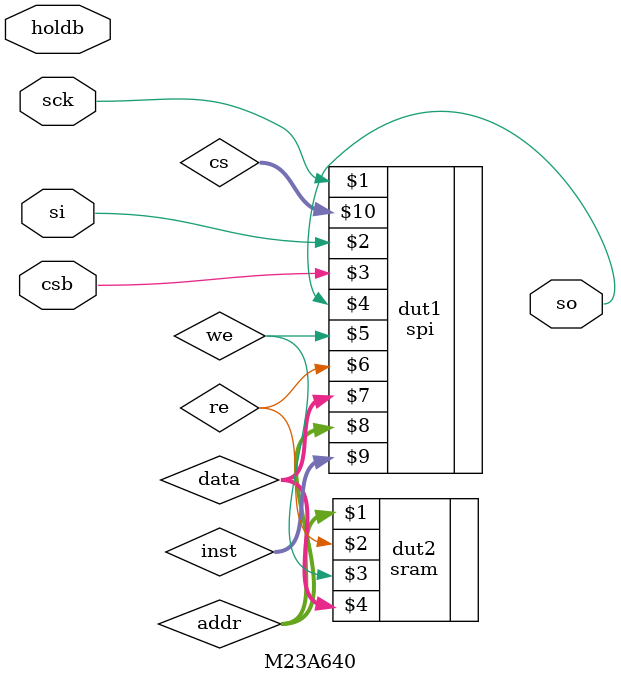
<source format=v>
module M23A640(csb, so, holdb, sck, si);
input csb, holdb, sck, si;
output so;

wire [3:0] cs;
wire [7:0] inst, data;
wire [12:0] addr;
wire we, re;

spi dut1 (sck, si, csb, so, we, re, data, addr, inst, cs);
sram dut2 (addr, re, we, data);

endmodule


</source>
